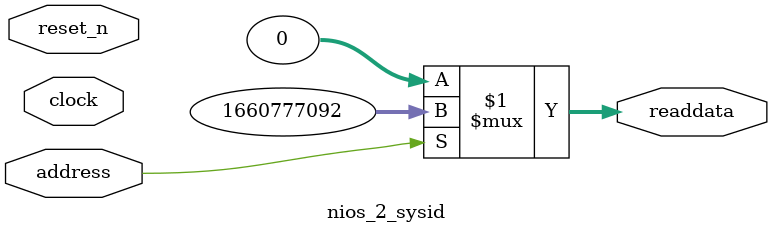
<source format=v>



// synthesis translate_off
`timescale 1ns / 1ps
// synthesis translate_on

// turn off superfluous verilog processor warnings 
// altera message_level Level1 
// altera message_off 10034 10035 10036 10037 10230 10240 10030 

module nios_2_sysid (
               // inputs:
                address,
                clock,
                reset_n,

               // outputs:
                readdata
             )
;

  output  [ 31: 0] readdata;
  input            address;
  input            clock;
  input            reset_n;

  wire    [ 31: 0] readdata;
  //control_slave, which is an e_avalon_slave
  assign readdata = address ? 1660777092 : 0;

endmodule



</source>
